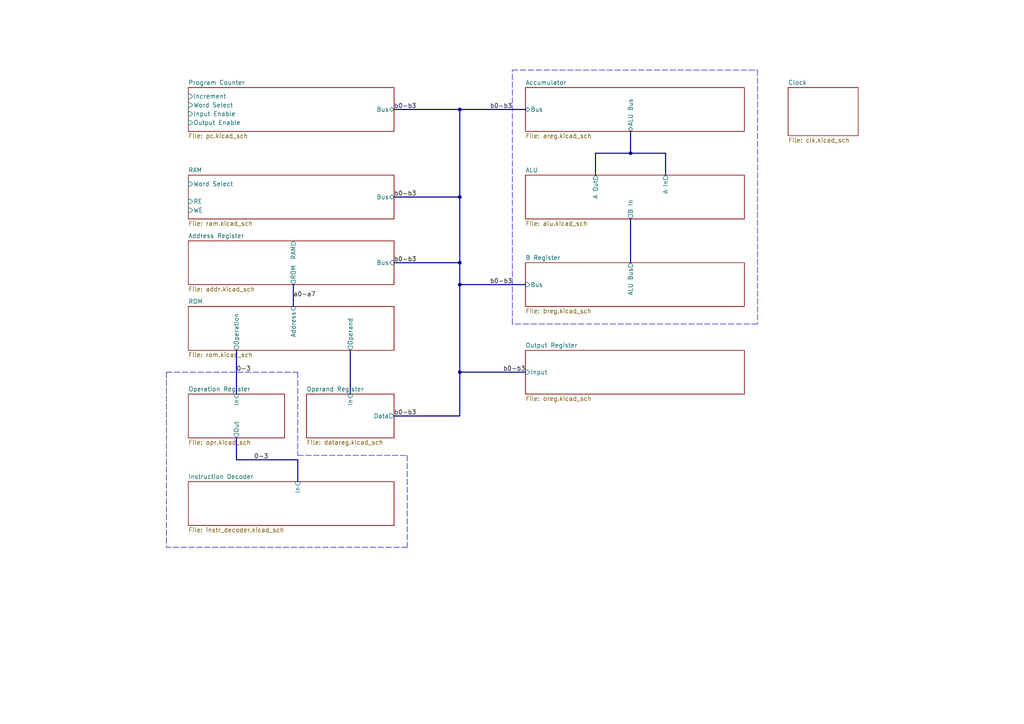
<source format=kicad_sch>
(kicad_sch (version 20211123) (generator eeschema)
  (paper "A4")
  (lib_symbols)
  (junction (at 133.35 76.2))
  (junction (at 133.35 107.95))
  (junction (at 133.35 82.55))
  (junction (at 182.88 44.45))
  (junction (at 133.35 31.75))
  (junction (at 133.35 57.15))
  (bus (pts (xy 133.35 120.65) (xy 133.35 107.95)))
  (bus (pts (xy 133.35 57.15) (xy 133.35 76.2)))
  (bus (pts (xy 133.35 82.55) (xy 152.4 82.55)))
  (polyline (pts (xy 118.11 132.08) (xy 118.11 158.75)))
  (bus (pts (xy 114.3 76.2) (xy 133.35 76.2)))
  (bus (pts (xy 182.88 63.5) (xy 182.88 76.2)))
  (polyline (pts (xy 148.59 93.98) (xy 148.59 20.32)))
  (bus (pts (xy 114.3 31.75) (xy 133.35 31.75)))
  (bus (pts (xy 193.04 50.8) (xy 193.04 44.45)))
  (polyline (pts (xy 48.26 107.95) (xy 48.26 158.75)))
  (bus (pts (xy 68.58 127) (xy 68.58 133.35)))
  (bus (pts (xy 133.35 76.2) (xy 133.35 82.55)))
  (bus (pts (xy 182.88 38.1) (xy 182.88 44.45)))
  (bus (pts (xy 68.58 133.35) (xy 86.36 133.35)))
  (polyline (pts (xy 219.71 20.32) (xy 219.71 93.98)))
  (bus (pts (xy 133.35 107.95) (xy 152.4 107.95)))
  (polyline (pts (xy 219.71 93.98) (xy 148.59 93.98)))
  (bus (pts (xy 172.72 44.45) (xy 172.72 50.8)))
  (polyline (pts (xy 118.11 158.75) (xy 48.26 158.75)))
  (bus (pts (xy 182.88 44.45) (xy 172.72 44.45)))
  (bus (pts (xy 193.04 44.45) (xy 182.88 44.45)))
  (bus (pts (xy 114.3 120.65) (xy 133.35 120.65)))
  (bus (pts (xy 114.3 57.15) (xy 133.35 57.15)))
  (bus (pts (xy 101.6 101.6) (xy 101.6 114.3)))
  (bus (pts (xy 86.36 133.35) (xy 86.36 139.7)))
  (polyline (pts (xy 86.36 107.95) (xy 86.36 132.08)))
  (bus (pts (xy 133.35 82.55) (xy 133.35 107.95)))
  (polyline (pts (xy 148.59 20.32) (xy 219.71 20.32)))
  (bus (pts (xy 133.35 31.75) (xy 133.35 57.15)))
  (polyline (pts (xy 48.26 107.95) (xy 86.36 107.95)))
  (polyline (pts (xy 86.36 132.08) (xy 118.11 132.08)))
  (bus (pts (xy 133.35 31.75) (xy 152.4 31.75)))
  (bus (pts (xy 85.09 82.55) (xy 85.09 88.9)))
  (bus (pts (xy 68.58 101.6) (xy 68.58 114.3)))
  (label "b0-b3" (at 114.3 120.65 0))
  (label "0-3" (at 68.58 107.95 0))
  (label "b0-b3" (at 148.59 82.55 180))
  (label "0-3" (at 73.66 133.35 0))
  (label "b0-b3" (at 148.59 31.75 180))
  (label "b0-b3" (at 114.3 57.15 0))
  (label "a0-a7" (at 85.09 86.36 0))
  (label "b0-b3" (at 152.4 107.95 180))
  (label "b0-b3" (at 114.3 76.2 0))
  (label "b0-b3" (at 114.3 31.75 0))
  (sheet (at 152.4 101.6) (size 63.5 12.7) (stroke (width 0.1524))
    (property "Sheet name" "Output Register" (at 152.4 100.8884 0) (effects (justify left bottom)))
    (property "Sheet file" "oreg.kicad_sch" (at 152.4 114.8846 0) (effects (justify left top)))
    (pin "Input" input (at 152.4 107.95 180))
  )
  (sheet (at 88.9 114.3) (size 25.4 12.7) (stroke (width 0.1524))
    (property "Sheet name" "Operand Register" (at 88.9 113.5884 0) (effects (justify left bottom)))
    (property "Sheet file" "datareg.kicad_sch" (at 88.9 127.5846 0) (effects (justify left top)))
    (pin "Data" output (at 114.3 120.65 0))
    (pin "In" input (at 101.6 114.3 90))
  )
  (sheet (at 54.61 69.85) (size 59.69 12.7) (stroke (width 0.1524))
    (property "Sheet name" "Address Register" (at 54.61 69.1384 0) (effects (justify left bottom)))
    (property "Sheet file" "addr.kicad_sch" (at 54.61 83.1346 0) (effects (justify left top)))
    (pin "Bus" input (at 114.3 76.2 0))
    (pin "ROM" output (at 85.09 82.55 270))
    (pin "RAM" output (at 85.09 69.85 90))
  )
  (sheet (at 228.6 25.4) (size 20.32 13.97) (stroke (width 0.1524))
    (property "Sheet name" "Clock" (at 228.6 24.6884 0) (effects (justify left bottom)))
    (property "Sheet file" "clk.kicad_sch" (at 228.6 39.9546 0) (effects (justify left top)))
  )
  (sheet (at 152.4 76.2) (size 63.5 12.7) (stroke (width 0.1524))
    (property "Sheet name" "B Register" (at 152.4 75.4884 0) (effects (justify left bottom)))
    (property "Sheet file" "breg.kicad_sch" (at 152.4 89.4846 0) (effects (justify left top)))
    (pin "Bus" input (at 152.4 82.55 180))
    (pin "ALU Bus" output (at 182.88 76.2 90))
  )
  (sheet (at 54.61 25.4) (size 59.69 12.7) (stroke (width 0.1524))
    (property "Sheet name" "Program Counter" (at 54.61 24.6884 0) (effects (justify left bottom)))
    (property "Sheet file" "pc.kicad_sch" (at 54.61 38.6846 0) (effects (justify left top)))
    (pin "Bus" bidirectional (at 114.3 31.75 0))
    (pin "Increment" input (at 54.61 27.94 180))
    (pin "Input Enable" input (at 54.61 33.02 180))
    (pin "Word Select" input (at 54.61 30.48 180))
    (pin "Output Enable" input (at 54.61 35.56 180))
  )
  (sheet (at 54.61 139.7) (size 59.69 12.7) (stroke (width 0.1524))
    (property "Sheet name" "Instruction Decoder" (at 54.61 138.9884 0) (effects (justify left bottom)))
    (property "Sheet file" "instr_decoder.kicad_sch" (at 54.61 152.9846 0) (effects (justify left top)))
    (pin "In" input (at 86.36 139.7 90))
  )
  (sheet (at 54.61 88.9) (size 59.69 12.7) (stroke (width 0.1524))
    (property "Sheet name" "ROM" (at 54.61 88.1884 0) (effects (justify left bottom)))
    (property "Sheet file" "rom.kicad_sch" (at 54.61 102.1846 0) (effects (justify left top)))
    (pin "Operation" output (at 68.58 101.6 270))
    (pin "Operand" output (at 101.6 101.6 270))
    (pin "Address" input (at 85.09 88.9 90))
  )
  (sheet (at 152.4 25.4) (size 63.5 12.7) (stroke (width 0.1524))
    (property "Sheet name" "Accumulator" (at 152.4 24.6884 0) (effects (justify left bottom)))
    (property "Sheet file" "areg.kicad_sch" (at 152.4 38.6846 0) (effects (justify left top)))
    (pin "Bus" bidirectional (at 152.4 31.75 180))
    (pin "ALU Bus" bidirectional (at 182.88 38.1 270))
  )
  (sheet (at 152.4 50.8) (size 63.5 12.7) (stroke (width 0.1524))
    (property "Sheet name" "ALU" (at 152.4 50.0884 0) (effects (justify left bottom)))
    (property "Sheet file" "alu.kicad_sch" (at 152.4 64.0846 0) (effects (justify left top)))
    (pin "B In" output (at 182.88 63.5 270))
    (pin "A Out" output (at 172.72 50.8 90))
    (pin "A In" output (at 193.04 50.8 90))
  )
  (sheet (at 54.61 114.3) (size 27.94 12.7) (stroke (width 0.1524))
    (property "Sheet name" "Operation Register" (at 54.61 113.5884 0) (effects (justify left bottom)))
    (property "Sheet file" "opr.kicad_sch" (at 54.61 127.5846 0) (effects (justify left top)))
    (pin "In" input (at 68.58 114.3 90))
    (pin "Out" output (at 68.58 127 270))
  )
  (sheet (at 54.61 50.8) (size 59.69 12.7) (stroke (width 0.1524))
    (property "Sheet name" "RAM" (at 54.61 50.0884 0) (effects (justify left bottom)))
    (property "Sheet file" "ram.kicad_sch" (at 54.61 64.0846 0) (effects (justify left top)))
    (pin "Bus" bidirectional (at 114.3 57.15 0))
    (pin "Word Select" input (at 54.61 53.34 180))
    (pin "RE" input (at 54.61 58.42 180))
    (pin "WE" input (at 54.61 60.96 180))
  )
)
</source>
